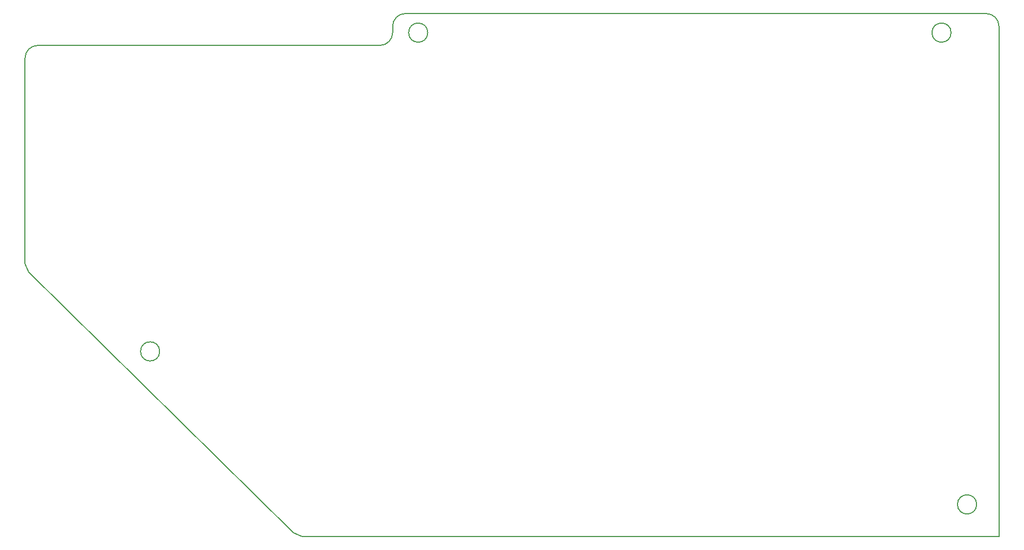
<source format=gbr>
G04 #@! TF.GenerationSoftware,KiCad,Pcbnew,5.1.5-52549c5~84~ubuntu18.04.1*
G04 #@! TF.CreationDate,2020-03-14T11:46:24+01:00*
G04 #@! TF.ProjectId,Fe203,46653230-332e-46b6-9963-61645f706362,rev?*
G04 #@! TF.SameCoordinates,Original*
G04 #@! TF.FileFunction,Profile,NP*
%FSLAX46Y46*%
G04 Gerber Fmt 4.6, Leading zero omitted, Abs format (unit mm)*
G04 Created by KiCad (PCBNEW 5.1.5-52549c5~84~ubuntu18.04.1) date 2020-03-14 11:46:24*
%MOMM*%
%LPD*%
G04 APERTURE LIST*
G04 #@! TA.AperFunction,Profile*
%ADD10C,0.200000*%
G04 #@! TD*
G04 APERTURE END LIST*
D10*
X106325985Y-137454210D02*
X107730129Y-138030000D01*
X64310008Y-95193254D02*
X64905850Y-96617463D01*
X214909985Y-56030000D02*
X123910000Y-56030000D01*
X209409985Y-59030000D02*
G75*
G03X209409985Y-59030000I-1500000J0D01*
G01*
X85410000Y-109030000D02*
G75*
G03X85410000Y-109030000I-1500000J0D01*
G01*
X107730129Y-138030000D02*
X216909985Y-138030000D01*
X64310009Y-63030001D02*
G75*
G02X66310008Y-61030000I2000000J1D01*
G01*
X64905850Y-96617463D02*
X106325985Y-137454210D01*
X121910000Y-58030000D02*
X121910000Y-59030000D01*
X119910000Y-61030000D02*
X66310009Y-61030000D01*
X214909985Y-56030000D02*
G75*
G02X216909985Y-58030000I0J-2000000D01*
G01*
X121910000Y-58030001D02*
G75*
G02X123909999Y-56030000I2000000J1D01*
G01*
X121910000Y-59030001D02*
G75*
G02X119909999Y-61030000I-2000000J1D01*
G01*
X64310008Y-95193254D02*
X64310008Y-63030000D01*
X216909985Y-58030000D02*
X216909985Y-138030000D01*
X213409985Y-133030000D02*
G75*
G03X213409985Y-133030000I-1500000J0D01*
G01*
X127410000Y-59030000D02*
G75*
G03X127410000Y-59030000I-1500000J0D01*
G01*
M02*

</source>
